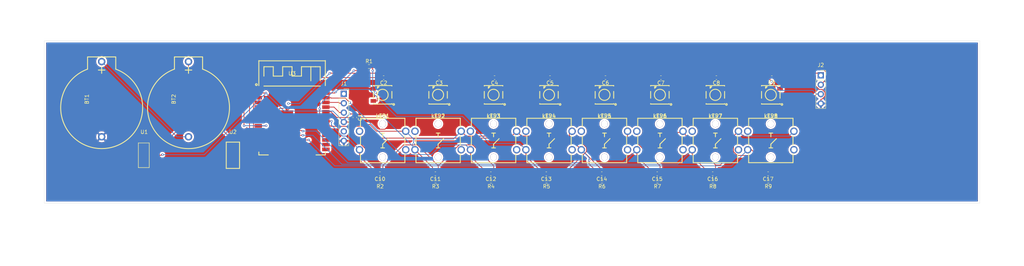
<source format=kicad_pcb>
(kicad_pcb (version 20240108) (generator "pcbnew") (generator_version "8.0")
  (layers (0 "F.Cu" signal) (31 "B.Cu" signal) (34 "B.Paste" user) (35 "F.Paste" user) (36 "B.SilkS" user "B.Silkscreen") (37 "F.SilkS" user "F.Silkscreen") (38 "B.Mask" user) (39 "F.Mask" user) (44 "Edge.Cuts" user))
  (net 0 "")
  (net 1 "GND")
  (net 2 "Net-(BT1-Pad1)")
  (net 3 "+BATT")
  (net 4 "+3.3V")
  (net 5 "+5V")
  (net 6 "D19")
  (net 7 "D21")
  (net 8 "D22")
  (net 9 "D23")
  (net 10 "D18")
  (net 11 "D25")
  (net 12 "26")
  (net 13 "D27")
  (net 15 "Net-(J1-Pin_2)")
  (net 17 "Net-(J1-Pin_3)")
  (net 18 "DIO")
  (net 19 "CLK")
  (net 36 "Net-(LED1-DOUT)")
  (net 37 "Net-(LED1-DIN)")
  (net 38 "Net-(LED2-DOUT)")
  (net 39 "Net-(LED3-DOUT)")
  (net 40 "Net-(LED4-DOUT)")
  (net 41 "Net-(LED5-DOUT)")
  (net 42 "Net-(LED6-DOUT)")
  (net 43 "Net-(LED7-DOUT)")
  (net 45 "Net-(U3-IO5)")
  (footprint "easyeda2kicad:LED-SMD_4P-L5.0-W5.0-BL_TC5050RGB" (layer "F.Cu") (at 122.5 31.65 180)
    (property "Reference" "LED2")
    (property "Value" "WS2812B-B")
  )
  (footprint "easyeda2kicad:KEY-TH_4P-L12.0-W12.0-P5.00-LS13.4-EH" (layer "F.Cu") (at 107.5 44)
    (property "Reference" "KEY1")
    (property "Value" "B3F-4055")
  )
  (footprint "Capacitor_SMD:C_0603_1608Metric" (layer "F.Cu") (at 211.775 53 180)
    (property "Reference" "C17")
    (property "Value" "0.1uF")
  )
  (footprint "Capacitor_SMD:C_0603_1608Metric" (layer "F.Cu") (at 106.775 53 180)
    (property "Reference" "C10")
    (property "Value" "0.1uF")
  )
  (footprint "Capacitor_SMD:C_0603_1608Metric" (layer "F.Cu") (at 166.775 53 180)
    (property "Reference" "C14")
    (property "Value" "0.1uF")
  )
  (footprint "easyeda2kicad:LED-SMD_4P-L5.0-W5.0-BL_TC5050RGB" (layer "F.Cu") (at 197.5 31.65 180)
    (property "Reference" "LED7")
    (property "Value" "WS2812B-B")
  )
  (footprint "Resistor_SMD:R_0603_1608Metric" (layer "F.Cu") (at 211.825 55 180)
    (property "Reference" "R9")
    (property "Value" "10k")
  )
  (footprint "easyeda2kicad:KEY-TH_4P-L12.0-W12.0-P5.00-LS13.4-EH" (layer "F.Cu") (at 197.5 44)
    (property "Reference" "KEY7")
    (property "Value" "B3F-4055")
  )
  (footprint "Capacitor_SMD:C_0603_1608Metric" (layer "F.Cu") (at 100 37.775 -90)
    (property "Reference" "C1")
    (property "Value" "10uF")
  )
  (footprint "Capacitor_SMD:C_0603_1608Metric" (layer "F.Cu") (at 197.775 27 180)
    (property "Reference" "C8")
    (property "Value" "10uF")
  )
  (footprint "Resistor_SMD:R_0603_1608Metric" (layer "F.Cu") (at 121.825 55 180)
    (property "Reference" "R3")
    (property "Value" "10k")
  )
  (footprint "easyeda2kicad:SOT-223-3_L6.5-W3.4-P2.30-LS7.0-BR" (layer "F.Cu") (at 43 48)
    (property "Reference" "U1")
    (property "Value" "AZ1117H-3.3TRG1")
  )
  (footprint "Resistor_SMD:R_0603_1608Metric" (layer "F.Cu") (at 166.825 55 180)
    (property "Reference" "R6")
    (property "Value" "10k")
  )
  (footprint "Connector_PinSocket_2.54mm:PinSocket_1x04_P2.54mm_Vertical" (layer "F.Cu") (at 226.025 26.38)
    (property "Reference" "J2")
    (property "Value" "Conn_01x04")
  )
  (footprint "easyeda2kicad:KEY-TH_4P-L12.0-W12.0-P5.00-LS13.4-EH" (layer "F.Cu") (at 212.5 44)
    (property "Reference" "KEY8")
    (property "Value" "B3F-4055")
  )
  (footprint "Resistor_SMD:R_0603_1608Metric" (layer "F.Cu") (at 136.825 55 180)
    (property "Reference" "R4")
    (property "Value" "10k")
  )
  (footprint "Resistor_SMD:R_0603_1608Metric" (layer "F.Cu") (at 151.825 55 180)
    (property "Reference" "R5")
    (property "Value" "10k")
  )
  (footprint "easyeda2kicad:SOT-223_L6.7-W3.5-P2.30-BR" (layer "F.Cu") (at 67 48)
    (property "Reference" "U2")
    (property "Value" "AMS1117-5.0_C347223")
  )
  (footprint "Capacitor_SMD:C_0603_1608Metric" (layer "F.Cu") (at 137.775 27 180)
    (property "Reference" "C4")
    (property "Value" "10uF")
  )
  (footprint "easyeda2kicad:KEY-TH_4P-L12.0-W12.0-P5.00-LS13.4-EH" (layer "F.Cu") (at 152.5 44)
    (property "Reference" "KEY4")
    (property "Value" "B3F-4055")
  )
  (footprint "easyeda2kicad:KEY-TH_4P-L12.0-W12.0-P5.00-LS13.4-EH" (layer "F.Cu") (at 167.5 44)
    (property "Reference" "KEY5")
    (property "Value" "B3F-4055")
  )
  (footprint "Connector_PinSocket_2.54mm:PinSocket_1x06_P2.54mm_Vertical" (layer "F.Cu") (at 97 31.38)
    (property "Reference" "J1")
    (property "Value" "Conn_01x06")
  )
  (footprint "easyeda2kicad:LED-SMD_4P-L5.0-W5.0-BL_TC5050RGB" (layer "F.Cu") (at 152.5 31.65 180)
    (property "Reference" "LED4")
    (property "Value" "WS2812B-B")
  )
  (footprint "Capacitor_SMD:C_0603_1608Metric" (layer "F.Cu") (at 181.775 53 180)
    (property "Reference" "C15")
    (property "Value" "0.1uF")
  )
  (footprint "Capacitor_SMD:C_0603_1608Metric" (layer "F.Cu") (at 167.775 27 180)
    (property "Reference" "C6")
    (property "Value" "10uF")
  )
  (footprint "Resistor_SMD:R_0603_1608Metric" (layer "F.Cu") (at 106.825 55 180)
    (property "Reference" "R2")
    (property "Value" "10k")
  )
  (footprint "easyeda2kicad:LED-SMD_4P-L5.0-W5.0-BL_TC5050RGB" (layer "F.Cu") (at 137.5 31.65 180)
    (property "Reference" "LED3")
    (property "Value" "WS2812B-B")
  )
  (footprint "easyeda2kicad:LED-SMD_4P-L5.0-W5.0-BL_TC5050RGB" (layer "F.Cu") (at 167.5 31.65 180)
    (property "Reference" "LED5")
    (property "Value" "WS2812B-B")
  )
  (footprint "easyeda2kicad:KEY-TH_4P-L12.0-W12.0-P5.00-LS13.4-EH" (layer "F.Cu") (at 137.5 44)
    (property "Reference" "KEY3")
    (property "Value" "B3F-4055")
  )
  (footprint "easyeda2kicad:LED-SMD_4P-L5.0-W5.0-BL_TC5050RGB" (layer "F.Cu") (at 212.5 31.65 180)
    (property "Reference" "LED8")
    (property "Value" "WS2812B-B")
  )
  (footprint "Resistor_SMD:R_0603_1608Metric" (layer "F.Cu") (at 196.825 55 180)
    (property "Reference" "R8")
    (property "Value" "10k")
  )
  (footprint "Capacitor_SMD:C_0603_1608Metric" (layer "F.Cu") (at 196.775 53 180)
    (property "Reference" "C16")
    (property "Value" "0.1uF")
  )
  (footprint "easyeda2kicad:COMM-SMD_ESP-WROOM-32D" (layer "F.Cu") (at 83 39)
    (property "Reference" "U3")
    (property "Value" "ESP-WROOM-32E")
  )
  (footprint "easyeda2kicad:BAT-TH_BS-02-A1AK006" (layer "F.Cu") (at 54.9903 32.83 90)
    (property "Reference" "BT2")
    (property "Value" "BS-02-A1AK006")
  )
  (footprint "Capacitor_SMD:C_0603_1608Metric" (layer "F.Cu") (at 121.775 53 180)
    (property "Reference" "C11")
    (property "Value" "0.1uF")
  )
  (footprint "Capacitor_SMD:C_0603_1608Metric" (layer "F.Cu") (at 182.775 27 180)
    (property "Reference" "C7")
    (property "Value" "10uF")
  )
  (footprint "Capacitor_SMD:C_0603_1608Metric" (layer "F.Cu") (at 136.775 53 180)
    (property "Reference" "C12")
    (property "Value" "0.1uF")
  )
  (footprint "easyeda2kicad:LED-SMD_4P-L5.0-W5.0-BL_TC5050RGB" (layer "F.Cu") (at 107.5 31.65 180)
    (property "Reference" "LED1")
    (property "Value" "WS2812B-B")
  )
  (footprint "Capacitor_SMD:C_0603_1608Metric" (layer "F.Cu") (at 122.775 27 180)
    (property "Reference" "C3")
    (property "Value" "10uF")
  )
  (footprint "Capacitor_SMD:C_0603_1608Metric" (layer "F.Cu") (at 151.775 53 180)
    (property "Reference" "C13")
    (property "Value" "0.1uF")
  )
  (footprint "Capacitor_SMD:C_0603_1608Metric" (layer "F.Cu") (at 152.775 27 180)
    (property "Reference" "C5")
    (property "Value" "10uF")
  )
  (footprint "Capacitor_SMD:C_0603_1608Metric" (layer "F.Cu") (at 212.775 27 180)
    (property "Reference" "C9")
    (property "Value" "10uF")
  )
  (footprint "easyeda2kicad:LED-SMD_4P-L5.0-W5.0-BL_TC5050RGB" (layer "F.Cu") (at 182.5 31.65 180)
    (property "Reference" "LED6")
    (property "Value" "WS2812B-B")
  )
  (footprint "Resistor_SMD:R_0603_1608Metric" (layer "F.Cu") (at 181.825 55 180)
    (property "Reference" "R7")
    (property "Value" "10k")
  )
  (footprint "Resistor_SMD:R_0603_1608Metric" (layer "F.Cu") (at 103.825 24)
    (property "Reference" "R1")
    (property "Value" "300")
  )
  (footprint "easyeda2kicad:BAT-TH_BS-02-A1AK006" (layer "F.Cu") (at 31.5 32.83 90)
    (property "Reference" "BT1")
    (property "Value" "BS-02-A1AK006")
  )
  (footprint "Capacitor_SMD:C_0603_1608Metric" (layer "F.Cu") (at 107.775 27 180)
    (property "Reference" "C2")
    (property "Value" "10uF")
  )
  (footprint "easyeda2kicad:KEY-TH_4P-L12.0-W12.0-P5.00-LS13.4-EH" (layer "F.Cu") (at 122.5 44)
    (property "Reference" "KEY2")
    (property "Value" "B3F-4055")
  )
  (footprint "easyeda2kicad:KEY-TH_4P-L12.0-W12.0-P5.00-LS13.4-EH" (layer "F.Cu") (at 182.5 44)
    (property "Reference" "KEY6")
    (property "Value" "B3F-4055")
  )
  (gr_rect (start 16 17) (end 269 61) (stroke (width 0.05)) (fill none) (layer "Edge.Cuts"))
  (segment (start 133.948 30) (end 135 30) (width 0.2) (layer "F.Cu") (net 1))
  (segment (start 81.51 36.1369) (end 81.51 35.5483) (width 0.2) (layer "F.Cu") (net 1))
  (segment (start 182.65 55) (end 181.872 55.7775) (width 0.2) (layer "F.Cu") (net 1))
  (segment (start 199.328 26.2224) (end 198.55 27) (width 0.2) (layer "F.Cu") (net 1))
  (segment (start 133.147 29.1983) (end 133.948 30) (width 0.2) (layer "F.Cu") (net 1))
  (segment (start 75.8517 29.89) (end 73.85 29.89) (width 0.2) (layer "F.Cu") (net 1))
  (segment (start 124.328 26.2224) (end 137.772 26.2224) (width 0.2) (layer "F.Cu") (net 1))
  (segment (start 109.008 38.5074) (end 109.008 40.0665) (width 0.2) (layer "F.Cu") (net 1))
  (segment (start 153.55 27) (end 152.772 26.2224) (width 0.2) (layer "F.Cu") (net 1))
  (segment (start 108.948 38.4482) (end 109.008 38.5074) (width 0.2) (layer "F.Cu") (net 1))
  (segment (start 92.15 29.89) (end 93.4517 29.89) (width 0.2) (layer "F.Cu") (net 1))
  (segment (start 136.853 29.1983) (end 136.052 30) (width 0.2) (layer "F.Cu") (net 1))
  (segment (start 166.853 29.1983) (end 166.052 30) (width 0.2) (layer "F.Cu") (net 1))
  (segment (start 123.55 27) (end 122.747 26.1974) (width 0.2) (layer "F.Cu") (net 1))
  (segment (start 81.51 36.1369) (end 87.7569 29.89) (width 0.2) (layer "F.Cu") (net 1))
  (segment (start 93.5617 30) (end 105 30) (width 0.2) (layer "F.Cu") (net 1))
  (segment (start 210 30) (end 211.613 30) (width 0.2) (layer "F.Cu") (net 1))
  (segment (start 178.147 29.1983) (end 166.853 29.1983) (width 0.2) (layer "F.Cu") (net 1))
  (segment (start 108.948 31.4483) (end 108.948 38.4482) (width 0.2) (layer "F.Cu") (net 1))
  (segment (start 100.671 44.08) (end 106.775 50.1838) (width 0.2) (layer "F.Cu") (net 1))
  (segment (start 91.0782 49.4117) (end 95.8483 44.6416) (width 0.2) (layer "F.Cu") (net 1))
  (segment (start 87.7569 29.89) (end 92.15 29.89) (width 0.2) (layer "F.Cu") (net 1))
  (segment (start 72.5483 49.2534) (end 72.7066 49.4117) (width 0.2) (layer "F.Cu") (net 1))
  (segment (start 95.8483 44.6416) (end 95.8483 44.08) (width 0.2) (layer "F.Cu") (net 1))
  (segment (start 150 30) (end 151.052 30) (width 0.2) (layer "F.Cu") (net 1))
  (segment (start 107.65 55) (end 108.428 55.7775) (width 0.2) (layer "F.Cu") (net 1))
  (segment (start 109.008 40.0665) (end 108.109 40.9651) (width 0.2) (layer "F.Cu") (net 1))
  (segment (start 152.772 26.2224) (end 139.328 26.2224) (width 0.2) (layer "F.Cu") (net 1))
  (segment (start 71.5017 50.3) (end 72.5483 49.2534) (width 0.2) (layer "F.Cu") (net 1))
  (segment (start 198.55 27) (end 197.772 26.2224) (width 0.2) (layer "F.Cu") (net 1))
  (segment (start 93.4517 29.89) (end 93.5617 30) (width 0.2) (layer "F.Cu") (net 1))
  (segment (start 77.31 48.11) (end 77.31 49.4117) (width 0.2) (layer "F.Cu") (net 1))
  (segment (start 152.65 55) (end 153.428 55.7775) (width 0.2) (layer "F.Cu") (net 1))
  (segment (start 226.313 32.8483) (end 227.2 31.9611) (width 0.2) (layer "F.Cu") (net 1))
  (segment (start 31.5 43) (end 38.8 50.3) (width 0.2) (layer "F.Cu") (net 1))
  (segment (start 213.55 27) (end 212.772 26.2224) (width 0.2) (layer "F.Cu") (net 1))
  (segment (start 196.853 29.1983) (end 208.147 29.1983) (width 0.2) (layer "F.Cu") (net 1))
  (segment (start 223.469 28.0627) (end 213.55 28.0627) (width 0.2) (layer "F.Cu") (net 1))
  (segment (start 106.775 54.125) (end 107.65 55) (width 0.2) (layer "F.Cu") (net 1))
  (segment (start 108.109 40.9651) (end 106.483 40.9651) (width 0.2) (layer "F.Cu") (net 1))
  (segment (start 121.853 29.1983) (end 133.147 29.1983) (width 0.2) (layer "F.Cu") (net 1))
  (segment (start 123.428 55.7775) (end 136.872 55.7775) (width 0.2) (layer "F.Cu") (net 1))
  (segment (start 118.147 29.1983) (end 118.948 30) (width 0.2) (layer "F.Cu") (net 1))
  (segment (start 137.772 26.2224) (end 138.55 27) (width 0.2) (layer "F.Cu") (net 1))
  (segment (start 168.55 27) (end 167.747 26.1974) (width 0.2) (layer "F.Cu") (net 1))
  (segment (start 169.328 26.2224) (end 168.55 27) (width 0.2) (layer "F.Cu") (net 1))
  (segment (start 123.55 27) (end 124.328 26.2224) (width 0.2) (layer "F.Cu") (net 1))
  (segment (start 193.147 29.1983) (end 193.948 30) (width 0.2) (layer "F.Cu") (net 1))
  (segment (start 211.613 30) (end 213.55 28.0627) (width 0.2) (layer "F.Cu") (net 1))
  (segment (start 108.428 55.7775) (end 121.872 55.7775) (width 0.2) (layer "F.Cu") (net 1))
  (segment (start 167.747 26.1974) (end 154.353 26.1974) (width 0.2) (layer "F.Cu") (net 1))
  (segment (start 107.5 30) (end 107.907 30.4073) (width 0.2) (layer "F.Cu") (net 1))
  (segment (start 105 30) (end 107.5 30) (width 0.2) (layer "F.Cu") (net 1))
  (segment (start 182.772 26.2224) (end 169.328 26.2224) (width 0.2) (layer "F.Cu") (net 1))
  (segment (start 208.147 29.1983) (end 208.948 30) (width 0.2) (layer "F.Cu") (net 1))
  (segment (start 184.328 26.2224) (end 183.55 27) (width 0.2) (layer "F.Cu") (net 1))
  (segment (start 178.948 30) (end 178.147 29.1983) (width 0.2) (layer "F.Cu") (net 1))
  (segment (start 148.147 29.1983) (end 136.853 29.1983) (width 0.2) (layer "F.Cu") (net 1))
  (segment (start 151.853 29.1983) (end 163.147 29.1983) (width 0.2) (layer "F.Cu") (net 1))
  (segment (start 38.8 50.3) (end 45.97 50.3) (width 0.2) (layer "F.Cu") (net 1))
  (segment (start 181.853 29.1983) (end 193.147 29.1983) (width 0.2) (layer "F.Cu") (net 1))
  (segment (start 211.872 55.7775) (end 198.428 55.7775) (width 0.2) (layer "F.Cu") (net 1))
  (segment (start 150 30) (end 148.948 30) (width 0.2) (layer "F.Cu") (net 1))
  (segment (start 180 30) (end 178.948 30) (width 0.2) (layer "F.Cu") (net 1))
  (segment (start 208.948 30) (end 210 30) (width 0.2) (layer "F.Cu") (net 1))
  (segment (start 136.872 55.7775) (end 137.65 55) (width 0.2) (layer "F.Cu") (net 1))
  (segment (start 181.052 30) (end 181.853 29.1983) (width 0.2) (layer "F.Cu") (net 1))
  (segment (start 107.907 30.4073) (end 108.948 31.4483) (width 0.2) (layer "F.Cu") (net 1))
  (segment (start 109.353 26.1974) (end 108.55 27) (width 0.2) (layer "F.Cu") (net 1))
  (segment (start 154.353 26.1974) (end 153.55 27) (width 0.2) (layer "F.Cu") (net 1))
  (segment (start 120 30) (end 121.052 30) (width 0.2) (layer "F.Cu") (net 1))
  (segment (start 104.079 39.1287) (end 103.5 38.55) (width 0.2) (layer "F.Cu") (net 1))
  (segment (start 72.5483 49.2534) (end 72.5483 29.89) (width 0.2) (layer "F.Cu") (net 1))
  (segment (start 151.052 30) (end 151.853 29.1983) (width 0.2) (layer "F.Cu") (net 1))
  (segment (start 226.025 32.8483) (end 226.313 32.8483) (width 0.2) (layer "F.Cu") (net 1))
  (segment (start 198.428 55.7775) (end 197.65 55) (width 0.2) (layer "F.Cu") (net 1))
  (segment (start 196.872 55.7775) (end 197.65 55) (width 0.2) (layer "F.Cu") (net 1))
  (segment (start 81.51 35.5483) (end 75.8517 29.89) (width 0.2) (layer "F.Cu") (net 1))
  (segment (start 138.428 55.7775) (end 151.872 55.7775) (width 0.2) (layer "F.Cu") (net 1))
  (segment (start 77.31 49.4117) (end 91.0782 49.4117) (width 0.2) (layer "F.Cu") (net 1))
  (segment (start 196.052 30) (end 196.853 29.1983) (width 0.2) (layer "F.Cu") (net 1))
  (segment (start 182.65 55) (end 183.428 55.7775) (width 0.2) (layer "F.Cu") (net 1))
  (segment (start 122.747 26.1974) (end 109.353 26.1974) (width 0.2) (layer "F.Cu") (net 1))
  (segment (start 193.948 30) (end 195 30) (width 0.2) (layer "F.Cu") (net 1))
  (segment (start 106.775 50.1838) (end 106.775 54.125) (width 0.2) (layer "F.Cu") (net 1))
  (segment (start 166.052 30) (end 165 30) (width 0.2) (layer "F.Cu") (net 1))
  (segment (start 118.948 30) (end 120 30) (width 0.2) (layer "F.Cu") (net 1))
  (segment (start 183.55 27) (end 182.772 26.2224) (width 0.2) (layer "F.Cu") (net 1))
  (segment (start 45.97 50.3) (end 70.1 50.3) (width 0.2) (layer "F.Cu") (net 1))
  (segment (start 151.872 55.7775) (end 152.65 55) (width 0.2) (layer "F.Cu") (net 1))
  (segment (start 109.116 29.1983) (end 118.147 29.1983) (width 0.2) (layer "F.Cu") (net 1))
  (segment (start 180 30) (end 181.052 30) (width 0.2) (layer "F.Cu") (net 1))
  (segment (start 104.647 39.1287) (end 104.079 39.1287) (width 0.2) (layer "F.Cu") (net 1))
  (segment (start 213.55 28.0627) (end 213.55 27) (width 0.2) (layer "F.Cu") (net 1))
  (segment (start 227.2 31.9611) (end 227.2 31.0044) (width 0.2) (layer "F.Cu") (net 1))
  (segment (start 166.872 55.7775) (end 167.65 55) (width 0.2) (layer "F.Cu") (net 1))
  (segment (start 212.65 55) (end 211.872 55.7775) (width 0.2) (layer "F.Cu") (net 1))
  (segment (start 153.428 55.7775) (end 166.872 55.7775) (width 0.2) (layer "F.Cu") (net 1))
  (segment (start 183.428 55.7775) (end 196.872 55.7775) (width 0.2) (layer "F.Cu") (net 1))
  (segment (start 72.7066 49.4117) (end 77.31 49.4117) (width 0.2) (layer "F.Cu") (net 1))
  (segment (start 103.5 38.55) (end 100 38.55) (width 0.2) (layer "F.Cu") (net 1))
  (segment (start 95.8483 44.08) (end 97 44.08) (width 0.2) (layer "F.Cu") (net 1))
  (segment (start 81.51 37.6) (end 81.51 36.1369) (width 0.2) (layer "F.Cu") (net 1))
  (segment (start 136.052 30) (end 135 30) (width 0.2) (layer "F.Cu") (net 1))
  (segment (start 121.052 30) (end 121.853 29.1983) (width 0.2) (layer "F.Cu") (net 1))
  (segment (start 212.772 26.2224) (end 199.328 26.2224) (width 0.2) (layer "F.Cu") (net 1))
  (segment (start 121.872 55.7775) (end 122.65 55) (width 0.2) (layer "F.Cu") (net 1))
  (segment (start 163.147 29.1983) (end 163.948 30) (width 0.2) (layer "F.Cu") (net 1))
  (segment (start 106.483 40.9651) (end 104.647 39.1287) (width 0.2) (layer "F.Cu") (net 1))
  (segment (start 225.596 30.19) (end 223.469 28.0627) (width 0.2) (layer "F.Cu") (net 1))
  (segment (start 168.428 55.7775) (end 167.65 55) (width 0.2) (layer "F.Cu") (net 1))
  (segment (start 70.1 50.3) (end 71.5017 50.3) (width 0.2) (layer "F.Cu") (net 1))
  (segment (start 72.5483 29.89) (end 73.85 29.89) (width 0.2) (layer "F.Cu") (net 1))
  (segment (start 181.872 55.7775) (end 168.428 55.7775) (width 0.2) (layer "F.Cu") (net 1))
  (segment (start 163.948 30) (end 165 30) (width 0.2) (layer "F.Cu") (net 1))
  (segment (start 148.948 30) (end 148.147 29.1983) (width 0.2) (layer "F.Cu") (net 1))
  (segment (start 107.907 30.4073) (end 109.116 29.1983) (width 0.2) (layer "F.Cu") (net 1))
  (segment (start 137.65 55) (end 138.428 55.7775) (width 0.2) (layer "F.Cu") (net 1))
  (segment (start 226.386 30.19) (end 225.596 30.19) (width 0.2) (layer "F.Cu") (net 1))
  (segment (start 195 30) (end 196.052 30) (width 0.2) (layer "F.Cu") (net 1))
  (segment (start 227.2 31.0044) (end 226.386 30.19) (width 0.2) (layer "F.Cu") (net 1))
  (segment (start 122.65 55) (end 123.428 55.7775) (width 0.2) (layer "F.Cu") (net 1))
  (segment (start 97 44.08) (end 100.671 44.08) (width 0.2) (layer "F.Cu") (net 1))
  (segment (start 197.772 26.2224) (end 184.328 26.2224) (width 0.2) (layer "F.Cu") (net 1))
  (segment (start 139.328 26.2224) (end 138.55 27) (width 0.2) (layer "F.Cu") (net 1))
  (segment (start 226.025 34) (end 226.025 32.8483) (width 0.2) (layer "F.Cu") (net 1))
  (segment (start 31.5 22.66) (end 51.84 43) (width 0.2) (layer "B.Cu") (net 2))
  (segment (start 51.84 43) (end 54.9903 43) (width 0.2) (layer "B.Cu") (net 2))
  (segment (start 68.6983 45.7) (end 61.2297 38.2314) (width 0.2) (layer "F.Cu") (net 3))
  (segment (start 45.97 45.7) (end 47.5217 45.7) (width 0.2) (layer "F.Cu") (net 3))
  (segment (start 54.9903 22.66) (end 54.9903 38.2314) (width 0.2) (layer "F.Cu") (net 3))
  (segment (start 47.5217 45.7) (end 54.9903 38.2314) (width 0.2) (layer "F.Cu") (net 3))
  (segment (start 61.2297 38.2314) (end 54.9903 38.2314) (width 0.2) (layer "F.Cu") (net 3))
  (segment (start 70.1 45.7) (end 68.6983 45.7) (width 0.2) (layer "F.Cu") (net 3))
  (segment (start 157.989 42.2606) (end 158.75 41.5) (width 0.2) (layer "F.Cu") (net 4))
  (segment (start 143.75 41.5) (end 145.052 42.8017) (width 0.2) (layer "F.Cu") (net 4))
  (segment (start 145.052 42.8017) (end 157.863 42.8017) (width 0.2) (layer "F.Cu") (net 4))
  (segment (start 47.5217 48) (end 47.6819 47.8398) (width 0.2) (layer "F.Cu") (net 4))
  (segment (start 98.1517 39) (end 98.8236 39.6719) (width 0.2) (layer "F.Cu") (net 4))
  (segment (start 130.069 42.8189) (end 142.431 42.8189) (width 0.2) (layer "F.Cu") (net 4))
  (segment (start 180.301 48.6408) (end 182.55 50.8898) (width 0.2) (layer "F.Cu") (net 4))
  (segment (start 162.615 47.007) (end 162.232 47.3896) (width 0.2) (layer "F.Cu") (net 4))
  (segment (start 157.863 42.8017) (end 157.989 42.6756) (width 0.2) (layer "F.Cu") (net 4))
  (segment (start 175.11 43.45) (end 180.301 48.6408) (width 0.2) (layer "F.Cu") (net 4))
  (segment (start 115.885 45.1835) (end 116.881 45.1835) (width 0.2) (layer "F.Cu") (net 4))
  (segment (start 162.232 47.3896) (end 167.55 52.7077) (width 0.2) (layer "F.Cu") (net 4))
  (segment (start 98.5796 36.8171) (end 99.8171 36.8171) (width 0.2) (layer "F.Cu") (net 4))
  (segment (start 159.314 44) (end 160.744 44) (width 0.2) (layer "F.Cu") (net 4))
  (segment (start 42.3166 45.8983) (end 44.4183 48) (width 0.2) (layer "F.Cu") (net 4))
  (segment (start 202.44 42.8105) (end 203.75 41.5) (width 0.2) (layer "F.Cu") (net 4))
  (segment (start 40.03 48) (end 40.03 45.8983) (width 0.2) (layer "F.Cu") (net 4))
  (segment (start 198.858 50.629) (end 197.55 50.629) (width 0.2) (layer "F.Cu") (net 4))
  (segment (start 162.615 45.8706) (end 171.329 45.8706) (width 0.2) (layer "F.Cu") (net 4))
  (segment (start 115.885 44.9332) (end 115.885 45.1835) (width 0.2) (layer "F.Cu") (net 4))
  (segment (start 122.55 50.8529) (end 122.55 53) (width 0.2) (layer "F.Cu") (net 4))
  (segment (start 197.55 50.629) (end 188.75 41.829) (width 0.2) (layer "F.Cu") (net 4))
  (segment (start 171.329 45.8706) (end 173.75 43.45) (width 0.2) (layer "F.Cu") (net 4))
  (segment (start 187.113 41.829) (end 188.75 41.829) (width 0.2) (layer "F.Cu") (net 4))
  (segment (start 107.55 53) (end 107.55 50.8144) (width 0.2) (layer "F.Cu") (net 4))
  (segment (start 202.44 47.0478) (end 198.858 50.629) (width 0.2) (layer "F.Cu") (net 4))
  (segment (start 99.8171 36.8171) (end 100 37) (width 0.2) (layer "F.Cu") (net 4))
  (segment (start 45.97 48) (end 47.5217 48) (width 0.2) (layer "F.Cu") (net 4))
  (segment (start 40.03 45.8983) (end 42.3166 45.8983) (width 0.2) (layer "F.Cu") (net 4))
  (segment (start 157.989 42.6756) (end 159.314 44) (width 0.2) (layer "F.Cu") (net 4))
  (segment (start 107.55 50.8144) (end 113.181 45.1835) (width 0.2) (layer "F.Cu") (net 4))
  (segment (start 113.181 45.1835) (end 115.885 45.1835) (width 0.2) (layer "F.Cu") (net 4))
  (segment (start 188.75 41.829) (end 188.75 41.5) (width 0.2) (layer "F.Cu") (net 4))
  (segment (start 104.056 39.6719) (end 105.884 41.5) (width 0.2) (layer "F.Cu") (net 4))
  (segment (start 156.622 53) (end 162.232 47.3896) (width 0.2) (layer "F.Cu") (net 4))
  (segment (start 157.989 42.6756) (end 157.989 42.2606) (width 0.2) (layer "F.Cu") (net 4))
  (segment (start 207.606 48.0556) (end 203.447 48.0556) (width 0.2) (layer "F.Cu") (net 4))
  (segment (start 73.85 31.16) (end 75.1517 31.16) (width 0.2) (layer "F.Cu") (net 4))
  (segment (start 203.447 48.0556) (end 202.44 47.0478) (width 0.2) (layer "F.Cu") (net 4))
  (segment (start 212.55 53) (end 207.606 48.0556) (width 0.2) (layer "F.Cu") (net 4))
  (segment (start 128.205 45.1983) (end 122.55 50.8529) (width 0.2) (layer "F.Cu") (net 4))
  (segment (start 97 39) (end 98.1517 39) (width 0.2) (layer "F.Cu") (net 4))
  (segment (start 180.301 48.6408) (end 187.113 41.829) (width 0.2) (layer "F.Cu") (net 4))
  (segment (start 137.55 53) (end 137.55 50.864) (width 0.2) (layer "F.Cu") (net 4))
  (segment (start 173.75 43.45) (end 175.11 43.45) (width 0.2) (layer "F.Cu") (net 4))
  (segment (start 137.55 50.864) (end 131.884 45.1983) (width 0.2) (layer "F.Cu") (net 4))
  (segment (start 167.55 52.7077) (end 167.55 53) (width 0.2) (layer "F.Cu") (net 4))
  (segment (start 197.55 53) (end 197.55 50.629) (width 0.2) (layer "F.Cu") (net 4))
  (segment (start 75.1517 31.16) (end 75.1569 31.1548) (width 0.2) (layer "F.Cu") (net 4))
  (segment (start 75.1569 31.1548) (end 75.9562 31.1548) (width 0.2) (layer "F.Cu") (net 4))
  (segment (start 128.75 41.5) (end 130.069 42.8189) (width 0.2) (layer "F.Cu") (net 4))
  (segment (start 131.884 45.1983) (end 128.205 45.1983) (width 0.2) (layer "F.Cu") (net 4))
  (segment (start 116.881 45.1835) (end 122.55 50.8529) (width 0.2) (layer "F.Cu") (net 4))
  (segment (start 142.431 42.8189) (end 143.75 41.5) (width 0.2) (layer "F.Cu") (net 4))
  (segment (start 98.8236 39.6719) (end 104.056 39.6719) (width 0.2) (layer "F.Cu") (net 4))
  (segment (start 160.744 44) (end 162.615 45.8706) (width 0.2) (layer "F.Cu") (net 4))
  (segment (start 152.55 53) (end 156.622 53) (width 0.2) (layer "F.Cu") (net 4))
  (segment (start 162.615 45.8706) (end 162.615 47.007) (width 0.2) (layer "F.Cu") (net 4))
  (segment (start 202.44 47.0478) (end 202.44 42.8105) (width 0.2) (layer "F.Cu") (net 4))
  (segment (start 182.55 50.8898) (end 182.55 53) (width 0.2) (layer "F.Cu") (net 4))
  (segment (start 47.6819 47.8398) (end 47.944 47.8398) (width 0.2) (layer "F.Cu") (net 4))
  (segment (start 173.75 43.45) (end 173.75 41.5) (width 0.2) (layer "F.Cu") (net 4))
  (segment (start 44.4183 48) (end 45.97 48) (width 0.2) (layer "F.Cu") (net 4))
  (segment (start 105.884 41.5) (end 113.75 41.5) (width 0.2) (layer "F.Cu") (net 4))
  (via (at 47.944 47.8398) (size 0.6) (drill 0.3) (layers "F.Cu" "B.Cu") (net 4))
  (via (at 98.5796 36.8171) (size 0.6) (drill 0.3) (layers "F.Cu" "B.Cu") (net 4))
  (via (at 115.885 44.9332) (size 0.6) (drill 0.3) (layers "F.Cu" "B.Cu") (net 4))
  (via (at 75.9562 31.1548) (size 0.6) (drill 0.3) (layers "F.Cu" "B.Cu") (net 4))
  (segment (start 203.75 41.5) (end 205.068 42.8179) (width 0.2) (layer "B.Cu") (net 4))
  (segment (start 115.885 43.6351) (end 126.615 43.6351) (width 0.2) (layer "B.Cu") (net 4))
  (segment (start 126.615 43.6351) (end 128.75 41.5) (width 0.2) (layer "B.Cu") (net 4))
  (segment (start 59.2712 47.8398) (end 47.944 47.8398) (width 0.2) (layer "B.Cu") (net 4))
  (segment (start 75.9562 31.1548) (end 59.2712 47.8398) (width 0.2) (layer "B.Cu") (net 4))
  (segment (start 96.7121 39) (end 96.7121 38.6846) (width 0.2) (layer "B.Cu") (net 4))
  (segment (start 115.885 43.6351) (end 115.885 44.9332) (width 0.2) (layer "B.Cu") (net 4))
  (segment (start 96.7121 38.6846) (end 98.5796 36.8171) (width 0.2) (layer "B.Cu") (net 4))
  (segment (start 205.068 42.8179) (end 217.432 42.8179) (width 0.2) (layer "B.Cu") (net 4))
  (segment (start 80.847 36.0456) (end 75.9562 31.1548) (width 0.2) (layer "B.Cu") (net 4))
  (segment (start 113.75 41.5) (end 115.885 43.6351) (width 0.2) (layer "B.Cu") (net 4))
  (segment (start 94.0731 36.0456) (end 80.847 36.0456) (width 0.2) (layer "B.Cu") (net 4))
  (segment (start 217.432 42.8179) (end 218.75 41.5) (width 0.2) (layer "B.Cu") (net 4))
  (segment (start 96.7121 38.6846) (end 94.0731 36.0456) (width 0.2) (layer "B.Cu") (net 4))
  (segment (start 97 39) (end 96.7121 39) (width 0.2) (layer "B.Cu") (net 4))
  (segment (start 155 33.3) (end 156.052 33.3) (width 0.2) (layer "F.Cu") (net 5))
  (segment (start 213.147 34.1017) (end 201.853 34.1017) (width 0.2) (layer "F.Cu") (net 5))
  (segment (start 137.778 27.7776) (end 137 27) (width 0.2) (layer "F.Cu") (net 5))
  (segment (start 167.778 27.7776) (end 167 27) (width 0.2) (layer "F.Cu") (net 5))
  (segment (start 181.222 27.7776) (end 167.778 27.7776) (width 0.2) (layer "F.Cu") (net 5))
  (segment (start 215 33.3) (end 213.948 33.3) (width 0.2) (layer "F.Cu") (net 5))
  (segment (start 107 27) (end 107.778 27.7776) (width 0.2) (layer "F.Cu") (net 5))
  (segment (start 68.6983 48) (end 66.6466 45.9483) (width 0.2) (layer "F.Cu") (net 5))
  (segment (start 126.052 33.3) (end 126.853 34.1017) (width 0.2) (layer "F.Cu") (net 5))
  (segment (start 156.853 34.1017) (end 168.147 34.1017) (width 0.2) (layer "F.Cu") (net 5))
  (segment (start 212.715 28.0258) (end 211.845 27.1555) (width 0.2) (layer "F.Cu") (net 5))
  (segment (start 110 33.3) (end 111.052 33.3) (width 0.2) (layer "F.Cu") (net 5))
  (segment (start 111.052 33.3) (end 111.853 34.1017) (width 0.2) (layer "F.Cu") (net 5))
  (segment (start 171.052 33.3) (end 171.853 34.1017) (width 0.2) (layer "F.Cu") (net 5))
  (segment (start 211.845 27.1552) (end 212 27) (width 0.2) (layer "F.Cu") (net 5))
  (segment (start 153.948 33.3) (end 155 33.3) (width 0.2) (layer "F.Cu") (net 5))
  (segment (start 138.948 33.3) (end 140 33.3) (width 0.2) (layer "F.Cu") (net 5))
  (segment (start 123.948 33.3) (end 125 33.3) (width 0.2) (layer "F.Cu") (net 5))
  (segment (start 123.147 34.1017) (end 123.948 33.3) (width 0.2) (layer "F.Cu") (net 5))
  (segment (start 111.853 34.1017) (end 123.147 34.1017) (width 0.2) (layer "F.Cu") (net 5))
  (segment (start 182 27) (end 181.222 27.7776) (width 0.2) (layer "F.Cu") (net 5))
  (segment (start 141.052 33.3) (end 141.853 34.1017) (width 0.2) (layer "F.Cu") (net 5))
  (segment (start 153.147 34.1017) (end 153.948 33.3) (width 0.2) (layer "F.Cu") (net 5))
  (segment (start 171.853 34.1017) (end 184.724 34.1017) (width 0.2) (layer "F.Cu") (net 5))
  (segment (start 197 27) (end 197.786 27.7856) (width 0.2) (layer "F.Cu") (net 5))
  (segment (start 224.873 31.46) (end 226.025 31.46) (width 0.2) (layer "F.Cu") (net 5))
  (segment (start 74.8098 27) (end 107 27) (width 0.2) (layer "F.Cu") (net 5))
  (segment (start 185.276 34.1017) (end 198.147 34.1017) (width 0.2) (layer "F.Cu") (net 5))
  (segment (start 185 33.8259) (end 185.276 34.1017) (width 0.2) (layer "F.Cu") (net 5))
  (segment (start 66.6466 45.9483) (end 63.9 45.9483) (width 0.2) (layer "F.Cu") (net 5))
  (segment (start 198.147 34.1017) (end 198.948 33.3) (width 0.2) (layer "F.Cu") (net 5))
  (segment (start 211.845 27.1555) (end 211.845 27.1552) (width 0.2) (layer "F.Cu") (net 5))
  (segment (start 140 33.3) (end 141.052 33.3) (width 0.2) (layer "F.Cu") (net 5))
  (segment (start 168.147 34.1017) (end 168.948 33.3) (width 0.2) (layer "F.Cu") (net 5))
  (segment (start 213.948 33.3) (end 213.147 34.1017) (width 0.2) (layer "F.Cu") (net 5))
  (segment (start 70.1 48) (end 68.6983 48) (width 0.2) (layer "F.Cu") (net 5))
  (segment (start 107.778 27.7776) (end 121.222 27.7776) (width 0.2) (layer "F.Cu") (net 5))
  (segment (start 70.1 48) (end 71.5017 48) (width 0.2) (layer "F.Cu") (net 5))
  (segment (start 184.724 34.1017) (end 185 33.8259) (width 0.2) (layer "F.Cu") (net 5))
  (segment (start 211.215 27.7856) (end 211.845 27.1555) (width 0.2) (layer "F.Cu") (net 5))
  (segment (start 196.222 27.7776) (end 197 27) (width 0.2) (layer "F.Cu") (net 5))
  (segment (start 151.222 27.7776) (end 137.778 27.7776) (width 0.2) (layer "F.Cu") (net 5))
  (segment (start 141.853 34.1017) (end 153.147 34.1017) (width 0.2) (layer "F.Cu") (net 5))
  (segment (start 152 27) (end 152.778 27.7776) (width 0.2) (layer "F.Cu") (net 5))
  (segment (start 152 27) (end 151.222 27.7776) (width 0.2) (layer "F.Cu") (net 5))
  (segment (start 121.222 27.7776) (end 122 27) (width 0.2) (layer "F.Cu") (net 5))
  (segment (start 166.222 27.7776) (end 167 27) (width 0.2) (layer "F.Cu") (net 5))
  (segment (start 71.5017 48) (end 71.5017 30.3081) (width 0.2) (layer "F.Cu") (net 5))
  (segment (start 185 33.3) (end 185 33.8259) (width 0.2) (layer "F.Cu") (net 5))
  (segment (start 122.778 27.7776) (end 122 27) (width 0.2) (layer "F.Cu") (net 5))
  (segment (start 63.9 45.9483) (end 63.9 48) (width 0.2) (layer "F.Cu") (net 5))
  (segment (start 182.778 27.7776) (end 196.222 27.7776) (width 0.2) (layer "F.Cu") (net 5))
  (segment (start 170 33.3) (end 171.052 33.3) (width 0.2) (layer "F.Cu") (net 5))
  (segment (start 156.052 33.3) (end 156.853 34.1017) (width 0.2) (layer "F.Cu") (net 5))
  (segment (start 137 27) (end 136.222 27.7776) (width 0.2) (layer "F.Cu") (net 5))
  (segment (start 136.222 27.7776) (end 122.778 27.7776) (width 0.2) (layer "F.Cu") (net 5))
  (segment (start 197.786 27.7856) (end 211.215 27.7856) (width 0.2) (layer "F.Cu") (net 5))
  (segment (start 125 33.3) (end 126.052 33.3) (width 0.2) (layer "F.Cu") (net 5))
  (segment (start 182 27) (end 182.778 27.7776) (width 0.2) (layer "F.Cu") (net 5))
  (segment (start 71.5017 30.3081) (end 74.8098 27) (width 0.2) (layer "F.Cu") (net 5))
  (segment (start 201.052 33.3) (end 200 33.3) (width 0.2) (layer "F.Cu") (net 5))
  (segment (start 152.778 27.7776) (end 166.222 27.7776) (width 0.2) (layer "F.Cu") (net 5))
  (segment (start 223.033 33.3) (end 224.873 31.46) (width 0.2) (layer "F.Cu") (net 5))
  (segment (start 198.948 33.3) (end 200 33.3) (width 0.2) (layer "F.Cu") (net 5))
  (segment (start 168.948 33.3) (end 170 33.3) (width 0.2) (layer "F.Cu") (net 5))
  (segment (start 138.147 34.1017) (end 138.948 33.3) (width 0.2) (layer "F.Cu") (net 5))
  (segment (start 215 33.3) (end 223.033 33.3) (width 0.2) (layer "F.Cu") (net 5))
  (segment (start 126.853 34.1017) (end 138.147 34.1017) (width 0.2) (layer "F.Cu") (net 5))
  (segment (start 201.853 34.1017) (end 201.052 33.3) (width 0.2) (layer "F.Cu") (net 5))
  (via (at 212.715 28.0258) (size 0.6) (drill 0.3) (layers "F.Cu" "B.Cu") (net 5))
  (segment (start 215.133 30.4435) (end 212.715 28.0258) (width 0.2) (layer "B.Cu") (net 5))
  (segment (start 223.857 30.4436) (end 215.133 30.4436) (width 0.2) (layer "B.Cu") (net 5))
  (segment (start 226.025 31.46) (end 224.873 31.46) (width 0.2) (layer "B.Cu") (net 5))
  (segment (start 215.133 30.4436) (end 215.133 30.4435) (width 0.2) (layer "B.Cu") (net 5))
  (segment (start 224.873 31.46) (end 223.857 30.4436) (width 0.2) (layer "B.Cu") (net 5))
  (segment (start 106 55) (end 106 53) (width 0.2) (layer "F.Cu") (net 6))
  (segment (start 106 53) (end 101.25 48.25) (width 0.2) (layer "F.Cu") (net 6))
  (segment (start 101.25 48.25) (end 101.25 46.5) (width 0.2) (layer "F.Cu") (net 6))
  (segment (start 92.15 38.78) (end 93.654 38.78) (width 0.2) (layer "F.Cu") (net 6))
  (via (at 93.654 38.78) (size 0.6) (drill 0.3) (layers "F.Cu" "B.Cu") (net 6))
  (segment (start 96.6307 42.81) (end 93.654 39.8333) (width 0.2) (layer "B.Cu") (net 6))
  (segment (start 101.25 46.5) (end 97.56 42.81) (width 0.2) (layer "B.Cu") (net 6))
  (segment (start 97.56 42.81) (end 96.6307 42.81) (width 0.2) (layer "B.Cu") (net 6))
  (segment (start 93.654 39.8333) (end 93.654 38.78) (width 0.2) (layer "B.Cu") (net 6))
  (segment (start 93.5581 36.24) (end 95.0931 37.775) (width 0.2) (layer "F.Cu") (net 7))
  (segment (start 95.0931 37.775) (end 107.873 37.775) (width 0.2) (layer "F.Cu") (net 7))
  (segment (start 92.15 36.24) (end 93.5581 36.24) (width 0.2) (layer "F.Cu") (net 7))
  (segment (start 116.25 46.5) (end 121 51.25) (width 0.2) (layer "F.Cu") (net 7))
  (segment (start 121 53) (end 121 55) (width 0.2) (layer "F.Cu") (net 7))
  (segment (start 121 51.25) (end 121 53) (width 0.2) (layer "F.Cu") (net 7))
  (via (at 107.873 37.775) (size 0.6) (drill 0.3) (layers "F.Cu" "B.Cu") (net 7))
  (segment (start 116.25 46.5) (end 116.25 46.1519) (width 0.2) (layer "B.Cu") (net 7))
  (segment (start 116.25 46.1519) (end 107.873 37.775) (width 0.2) (layer "B.Cu") (net 7))
  (segment (start 92.15 32.43) (end 93.4517 32.43) (width 0.2) (layer "F.Cu") (net 8))
  (segment (start 136 53) (end 136 55) (width 0.2) (layer "F.Cu") (net 8))
  (segment (start 93.4517 32.43) (end 93.5534 32.5317) (width 0.2) (layer "F.Cu") (net 8))
  (segment (start 131.25 48.25) (end 136 53) (width 0.2) (layer "F.Cu") (net 8))
  (segment (start 93.5534 32.5317) (end 97.3881 32.5317) (width 0.2) (layer "F.Cu") (net 8))
  (segment (start 131.25 46.5) (end 131.25 48.25) (width 0.2) (layer "F.Cu") (net 8))
  (segment (start 97.3881 32.5317) (end 98.5796 33.7232) (width 0.2) (layer "F.Cu") (net 8))
  (via (at 98.5796 33.7232) (size 0.6) (drill 0.3) (layers "F.Cu" "B.Cu") (net 8))
  (segment (start 120.69 47.8097) (end 123.302 45.1983) (width 0.2) (layer "B.Cu") (net 8))
  (segment (start 98.5796 33.7232) (end 112.666 47.8097) (width 0.2) (layer "B.Cu") (net 8))
  (segment (start 112.666 47.8097) (end 120.69 47.8097) (width 0.2) (layer "B.Cu") (net 8))
  (segment (start 123.302 45.1983) (end 129.948 45.1983) (width 0.2) (layer "B.Cu") (net 8))
  (segment (start 129.948 45.1983) (end 131.25 46.5) (width 0.2) (layer "B.Cu") (net 8))
  (segment (start 151 55) (end 151 53) (width 0.2) (layer "F.Cu") (net 9))
  (segment (start 151 53) (end 146.25 48.25) (width 0.2) (layer "F.Cu") (net 9))
  (segment (start 92.15 31.16) (end 94.5574 31.16) (width 0.2) (layer "F.Cu") (net 9))
  (segment (start 94.5574 31.16) (end 94.8509 30.8665) (width 0.2) (layer "F.Cu") (net 9))
  (segment (start 146.25 48.25) (end 146.25 46.5) (width 0.2) (layer "F.Cu") (net 9))
  (via (at 94.8509 30.8665) (size 0.6) (drill 0.3) (layers "F.Cu" "B.Cu") (net 9))
  (segment (start 136.445 44.812) (end 144.562 44.812) (width 0.2) (layer "B.Cu") (net 9))
  (segment (start 144.562 44.812) (end 146.25 46.5) (width 0.2) (layer "B.Cu") (net 9))
  (segment (start 111.186 37.474) (end 129.107 37.474) (width 0.2) (layer "B.Cu") (net 9))
  (segment (start 103.898 30.1857) (end 111.186 37.474) (width 0.2) (layer "B.Cu") (net 9))
  (segment (start 129.107 37.474) (end 136.445 44.812) (width 0.2) (layer "B.Cu") (net 9))
  (segment (start 95.5317 30.1857) (end 103.898 30.1857) (width 0.2) (layer "B.Cu") (net 9))
  (segment (start 94.8509 30.8665) (end 95.5317 30.1857) (width 0.2) (layer "B.Cu") (net 9))
  (segment (start 158.111 43.3649) (end 161.246 46.5) (width 0.2) (layer "F.Cu") (net 10))
  (segment (start 166 53) (end 163.356 50.3556) (width 0.2) (layer "F.Cu") (net 10))
  (segment (start 163.356 50.3556) (end 163.356 49.4175) (width 0.2) (layer "F.Cu") (net 10))
  (segment (start 102.812 40.1599) (end 106.017 43.3649) (width 0.2) (layer "F.Cu") (net 10))
  (segment (start 166 53) (end 166 55) (width 0.2) (layer "F.Cu") (net 10))
  (segment (start 106.017 43.3649) (end 158.111 43.3649) (width 0.2) (layer "F.Cu") (net 10))
  (segment (start 161.246 46.5) (end 161.25 46.5) (width 0.2) (layer "F.Cu") (net 10))
  (segment (start 93.5616 40.1599) (end 102.812 40.1599) (width 0.2) (layer "F.Cu") (net 10))
  (segment (start 93.4517 40.05) (end 93.5616 40.1599) (width 0.2) (layer "F.Cu") (net 10))
  (segment (start 92.15 40.05) (end 93.4517 40.05) (width 0.2) (layer "F.Cu") (net 10))
  (via (at 163.356 49.4175) (size 0.6) (drill 0.3) (layers "F.Cu" "B.Cu") (net 10))
  (segment (start 163.356 48.6056) (end 163.356 49.4175) (width 0.2) (layer "B.Cu") (net 10))
  (segment (start 161.25 46.5) (end 163.356 48.6056) (width 0.2) (layer "B.Cu") (net 10))
  (segment (start 73.85 41.32) (end 85.7654 41.32) (width 0.2) (layer "F.Cu") (net 11))
  (segment (start 176.25 46.5) (end 176.25 48.25) (width 0.2) (layer "F.Cu") (net 11))
  (segment (start 85.7654 41.32) (end 85.9042 41.4588) (width 0.2) (layer "F.Cu") (net 11))
  (segment (start 181 53) (end 181 55) (width 0.2) (layer "F.Cu") (net 11))
  (segment (start 176.25 48.25) (end 181 53) (width 0.2) (layer "F.Cu") (net 11))
  (via (at 85.9042 41.4588) (size 0.6) (drill 0.3) (layers "F.Cu" "B.Cu") (net 11))
  (segment (start 176.25 46.5) (end 172.731 50.0193) (width 0.2) (layer "B.Cu") (net 11))
  (segment (start 89.4825 41.4588) (end 85.9042 41.4588) (width 0.2) (layer "B.Cu") (net 11))
  (segment (start 172.731 50.0193) (end 98.043 50.0193) (width 0.2) (layer "B.Cu") (net 11))
  (segment (start 98.043 50.0193) (end 89.4825 41.4588) (width 0.2) (layer "B.Cu") (net 11))
  (segment (start 73.85 42.59) (end 85.9035 42.59) (width 0.2) (layer "F.Cu") (net 12))
  (segment (start 196 53) (end 191.25 48.25) (width 0.2) (layer "F.Cu") (net 12))
  (segment (start 196 55) (end 196 53) (width 0.2) (layer "F.Cu") (net 12))
  (segment (start 191.25 48.25) (end 191.25 46.5) (width 0.2) (layer "F.Cu") (net 12))
  (segment (start 85.9035 42.59) (end 85.9042 42.5893) (width 0.2) (layer "F.Cu") (net 12))
  (via (at 85.9042 42.5893) (size 0.6) (drill 0.3) (layers "F.Cu" "B.Cu") (net 12))
  (segment (start 88.6312 42.5893) (end 85.9042 42.5893) (width 0.2) (layer "B.Cu") (net 12))
  (segment (start 191.25 46.5) (end 187.312 50.4375) (width 0.2) (layer "B.Cu") (net 12))
  (segment (start 187.312 50.4375) (end 96.4794 50.4375) (width 0.2) (layer "B.Cu") (net 12))
  (segment (start 96.4794 50.4375) (end 88.6312 42.5893) (width 0.2) (layer "B.Cu") (net 12))
  (segment (start 212.706 54.0677) (end 211.932 54.0677) (width 0.2) (layer "F.Cu") (net 13))
  (segment (start 211 53.1354) (end 211 53) (width 0.2) (layer "F.Cu") (net 13))
  (segment (start 207.277 46.5) (end 213.351 52.5737) (width 0.2) (layer "F.Cu") (net 13))
  (segment (start 213.351 53.4236) (end 212.706 54.0677) (width 0.2) (layer "F.Cu") (net 13))
  (segment (start 211.932 54.0677) (end 211 55) (width 0.2) (layer "F.Cu") (net 13))
  (segment (start 73.85 43.86) (end 87.528 43.86) (width 0.2) (layer "F.Cu") (net 13))
  (segment (start 213.351 52.5737) (end 213.351 53.4236) (width 0.2) (layer "F.Cu") (net 13))
  (segment (start 206.25 46.5) (end 207.277 46.5) (width 0.2) (layer "F.Cu") (net 13))
  (segment (start 211.932 54.0677) (end 211 53.1354) (width 0.2) (layer "F.Cu") (net 13))
  (via (at 87.528 43.86) (size 0.6) (drill 0.3) (layers "F.Cu" "B.Cu") (net 13))
  (segment (start 201.896 50.8542) (end 94.5222 50.8542) (width 0.2) (layer "B.Cu") (net 13))
  (segment (start 94.5222 50.8542) (end 87.528 43.86) (width 0.2) (layer "B.Cu") (net 13))
  (segment (start 206.25 46.5) (end 201.896 50.8542) (width 0.2) (layer "B.Cu") (net 13))
  (segment (start 92.15 33.7) (end 95.6283 33.7) (width 0.2) (layer "F.Cu") (net 15))
  (segment (start 95.8483 33.92) (end 97 33.92) (width 0.2) (layer "F.Cu") (net 15))
  (segment (start 95.6283 33.7) (end 95.8483 33.92) (width 0.2) (layer "F.Cu") (net 15))
  (segment (start 94.3583 34.97) (end 95.8483 36.46) (width 0.2) (layer "F.Cu") (net 17))
  (segment (start 95.8483 36.46) (end 97 36.46) (width 0.2) (layer "F.Cu") (net 17))
  (segment (start 92.15 34.97) (end 94.3583 34.97) (width 0.2) (layer "F.Cu") (net 17))
  (segment (start 226.945 28) (end 226.025 28.92) (width 0.2) (layer "F.Cu") (net 18))
  (segment (start 73.85 40.05) (end 75.95 40.05) (width 0.2) (layer "F.Cu") (net 18))
  (segment (start 70 40) (end 70 31.244114) (width 0.2) (layer "F.Cu") (net 18))
  (segment (start 224.945 23) (end 228 26.055) (width 0.2) (layer "F.Cu") (net 18))
  (segment (start 78.244114 23) (end 224.945 23) (width 0.2) (layer "F.Cu") (net 18))
  (segment (start 75.95 40.05) (end 76 40) (width 0.2) (layer "F.Cu") (net 18))
  (segment (start 228 28) (end 226.945 28) (width 0.2) (layer "F.Cu") (net 18))
  (segment (start 228 26.055) (end 228 28) (width 0.2) (layer "F.Cu") (net 18))
  (segment (start 70 31.244114) (end 78.244114 23) (width 0.2) (layer "F.Cu") (net 18))
  (via (at 70 40) (size 0.6) (drill 0.3) (layers "F.Cu" "B.Cu") (net 18))
  (via (at 76 40) (size 0.6) (drill 0.3) (layers "F.Cu" "B.Cu") (net 18))
  (segment (start 76 40) (end 70 40) (width 0.2) (layer "B.Cu") (net 18))
  (segment (start 79.708007 35.301993) (end 80.698007 35.301993) (width 0.2) (layer "F.Cu") (net 19))
  (segment (start 76.23 38.78) (end 79.708007 35.301993) (width 0.2) (layer "F.Cu") (net 19))
  (segment (start 225.4424 25.7974) (end 93.2026 25.7974) (width 0.2) (layer "F.Cu") (net 19))
  (segment (start 73.85 38.78) (end 76.23 38.78) (width 0.2) (layer "F.Cu") (net 19))
  (segment (start 226.025 26.38) (end 225.4424 25.7974) (width 0.2) (layer "F.Cu") (net 19))
  (via (at 82 34) (size 0.6) (drill 0.3) (layers "F.Cu" "B.Cu") (net 19))
  (via (at 93.2026 25.7974) (size 0.6) (drill 0.3) (layers "F.Cu" "B.Cu") (net 19))
  (segment (start 85 34) (end 82 34) (width 0.2) (layer "B.Cu") (net 19))
  (segment (start 93.2026 25.7974) (end 85 34) (width 0.2) (layer "B.Cu") (net 19))
  (segment (start 115.648 30) (end 118.948 33.3) (width 0.2) (layer "F.Cu") (net 36))
  (segment (start 110 30) (end 115.648 30) (width 0.2) (layer "F.Cu") (net 36))
  (segment (start 118.948 33.3) (end 120 33.3) (width 0.2) (layer "F.Cu") (net 36))
  (segment (start 106.052 33.3) (end 106.052 31.4891) (width 0.2) (layer "F.Cu") (net 37))
  (segment (start 104.817 24.1669) (end 104.817 25.1077) (width 0.2) (layer "F.Cu") (net 37))
  (segment (start 105 33.3) (end 106.052 33.3) (width 0.2) (layer "F.Cu") (net 37))
  (segment (start 104.65 24) (end 104.817 24.1669) (width 0.2) (layer "F.Cu") (net 37))
  (segment (start 106.052 31.4891) (end 105.569 31.0062) (width 0.2) (layer "F.Cu") (net 37))
  (via (at 104.817 25.1077) (size 0.6) (drill 0.3) (layers "F.Cu" "B.Cu") (net 37))
  (via (at 105.569 31.0062) (size 0.6) (drill 0.3) (layers "F.Cu" "B.Cu") (net 37))
  (segment (start 104.817 30.2543) (end 105.569 31.0062) (width 0.2) (layer "B.Cu") (net 37))
  (segment (start 104.817 25.1077) (end 104.817 30.2543) (width 0.2) (layer "B.Cu") (net 37))
  (segment (start 126.052 30) (end 125 30) (width 0.2) (layer "F.Cu") (net 38))
  (segment (start 129.352 33.3) (end 126.052 30) (width 0.2) (layer "F.Cu") (net 38))
  (segment (start 135 33.3) (end 129.352 33.3) (width 0.2) (layer "F.Cu") (net 38))
  (segment (start 141.052 30) (end 140 30) (width 0.2) (layer "F.Cu") (net 39))
  (segment (start 150 33.3) (end 144.352 33.3) (width 0.2) (layer "F.Cu") (net 39))
  (segment (start 144.352 33.3) (end 141.052 30) (width 0.2) (layer "F.Cu") (net 39))
  (segment (start 156.052 30) (end 159.352 33.3) (width 0.2) (layer "F.Cu") (net 40))
  (segment (start 159.352 33.3) (end 165 33.3) (width 0.2) (layer "F.Cu") (net 40))
  (segment (start 155 30) (end 156.052 30) (width 0.2) (layer "F.Cu") (net 40))
  (segment (start 174.352 33.3) (end 171.052 30) (width 0.2) (layer "F.Cu") (net 41))
  (segment (start 180 33.3) (end 174.352 33.3) (width 0.2) (layer "F.Cu") (net 41))
  (segment (start 171.052 30) (end 170 30) (width 0.2) (layer "F.Cu") (net 41))
  (segment (start 189.352 33.3) (end 195 33.3) (width 0.2) (layer "F.Cu") (net 42))
  (segment (start 185 30) (end 186.052 30) (width 0.2) (layer "F.Cu") (net 42))
  (segment (start 186.052 30) (end 189.352 33.3) (width 0.2) (layer "F.Cu") (net 42))
  (segment (start 204.352 33.3) (end 201.052 30) (width 0.2) (layer "F.Cu") (net 43))
  (segment (start 210 33.3) (end 204.352 33.3) (width 0.2) (layer "F.Cu") (net 43))
  (segment (start 201.052 30) (end 200 30) (width 0.2) (layer "F.Cu") (net 43))
  (segment (start 103 24) (end 101.892 25.1077) (width 0.2) (layer "F.Cu") (net 45))
  (segment (start 90.4722 35.4261) (end 90.4722 40.9439) (width 0.2) (layer "F.Cu") (net 45))
  (segment (start 90.4722 40.9439) (end 90.8483 41.32) (width 0.2) (layer "F.Cu") (net 45))
  (segment (start 90.8483 41.32) (end 92.15 41.32) (width 0.2) (layer "F.Cu") (net 45))
  (segment (start 101.892 25.1077) (end 99.7108 25.1077) (width 0.2) (layer "F.Cu") (net 45))
  (via (at 99.7108 25.1077) (size 0.6) (drill 0.3) (layers "F.Cu" "B.Cu") (net 45))
  (via (at 90.4722 35.4261) (size 0.6) (drill 0.3) (layers "F.Cu" "B.Cu") (net 45))
  (segment (start 99.7108 25.1077) (end 90.4722 34.3463) (width 0.2) (layer "B.Cu") (net 45))
  (segment (start 90.4722 34.3463) (end 90.4722 35.4261) (width 0.2) (layer "B.Cu") (net 45))
  (zone (net 1) (net_name "GND") (layers "F&B.Cu") (connect_pads (clearance 0.5)) (min_thickness 0.25) (fill yes (thermal_gap 0.5) (thermal_bridge_width 0.5))
    (polygon (pts (xy 7 8) (xy 279 6) (xy 281 78) (xy 4 70)))
  )
)
</source>
